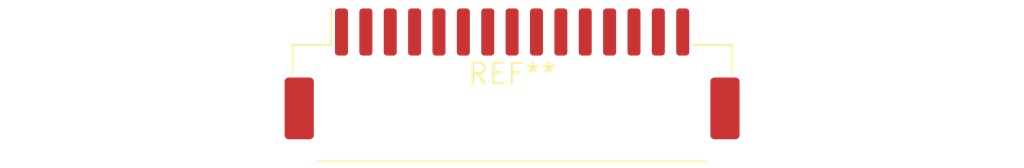
<source format=kicad_pcb>
(kicad_pcb (version 20240108) (generator pcbnew)
  (layers (0 "F.Cu" signal) (31 "B.Cu" signal) (34 "B.Paste" user) (35 "F.Paste" user) (36 "B.SilkS" user "B.Silkscreen") (37 "F.SilkS" user "F.Silkscreen") (38 "B.Mask" user) (39 "F.Mask" user) (44 "Edge.Cuts" user))
  (net 0 "")
  (footprint "Molex_CLIK-Mate_502585-1570_1x15-1MP_P1.50mm_Horizontal" (layer "F.Cu") (at 0 0)
    (property "Reference" "REF**")
    (property "Value" "Molex_CLIK-Mate_502585-1570_1x15-1MP_P1.50mm_Horizontal")
    (fp_line (start -13.51 -1.785) (end -11.16 -1.785) (layer "F.SilkS") (stroke (width 0.12)))
    (fp_line (start -13.51 -0.035) (end -13.51 -1.785) (layer "F.SilkS") (stroke (width 0.12)))
    (fp_line (start -11.94 5.385) (end 11.94 5.385) (layer "F.SilkS") (stroke (width 0.12)))
    (fp_line (start -11.16 -1.785) (end -11.16 -4.025) (layer "F.SilkS") (stroke (width 0.12)))
    (fp_line (start 13.51 -1.785) (end 11.16 -1.785) (layer "F.SilkS") (stroke (width 0.12)))
    (fp_line (start 13.51 -0.035) (end 13.51 -1.785) (layer "F.SilkS") (stroke (width 0.12)))
    (pad "1" smd roundrect (at -10.5 -2.575) (size 0.8 2.9) (layers "F.Cu" "F.Paste" "F.Mask"))
    (pad "2" smd roundrect (at -9 -2.575) (size 0.8 2.9) (layers "F.Cu" "F.Paste" "F.Mask"))
    (pad "3" smd roundrect (at -7.5 -2.575) (size 0.8 2.9) (layers "F.Cu" "F.Paste" "F.Mask"))
    (pad "4" smd roundrect (at -6 -2.575) (size 0.8 2.9) (layers "F.Cu" "F.Paste" "F.Mask"))
    (pad "5" smd roundrect (at -4.5 -2.575) (size 0.8 2.9) (layers "F.Cu" "F.Paste" "F.Mask"))
    (pad "6" smd roundrect (at -3 -2.575) (size 0.8 2.9) (layers "F.Cu" "F.Paste" "F.Mask"))
    (pad "7" smd roundrect (at -1.5 -2.575) (size 0.8 2.9) (layers "F.Cu" "F.Paste" "F.Mask"))
    (pad "8" smd roundrect (at 0 -2.575) (size 0.8 2.9) (layers "F.Cu" "F.Paste" "F.Mask"))
    (pad "9" smd roundrect (at 1.5 -2.575) (size 0.8 2.9) (layers "F.Cu" "F.Paste" "F.Mask"))
    (pad "10" smd roundrect (at 3 -2.575) (size 0.8 2.9) (layers "F.Cu" "F.Paste" "F.Mask"))
    (pad "11" smd roundrect (at 4.5 -2.575) (size 0.8 2.9) (layers "F.Cu" "F.Paste" "F.Mask"))
    (pad "12" smd roundrect (at 6 -2.575) (size 0.8 2.9) (layers "F.Cu" "F.Paste" "F.Mask"))
    (pad "13" smd roundrect (at 7.5 -2.575) (size 0.8 2.9) (layers "F.Cu" "F.Paste" "F.Mask"))
    (pad "14" smd roundrect (at 9 -2.575) (size 0.8 2.9) (layers "F.Cu" "F.Paste" "F.Mask"))
    (pad "15" smd roundrect (at 10.5 -2.575) (size 0.8 2.9) (layers "F.Cu" "F.Paste" "F.Mask"))
    (pad "MP" smd roundrect (at -13.1 2.125) (size 1.8 3.8) (layers "F.Cu" "F.Paste" "F.Mask") (roundrect_rratio 0.138889))
    (pad "MP" smd roundrect (at 13.1 2.125) (size 1.8 3.8) (layers "F.Cu" "F.Paste" "F.Mask") (roundrect_rratio 0.138889))
  )
)
</source>
